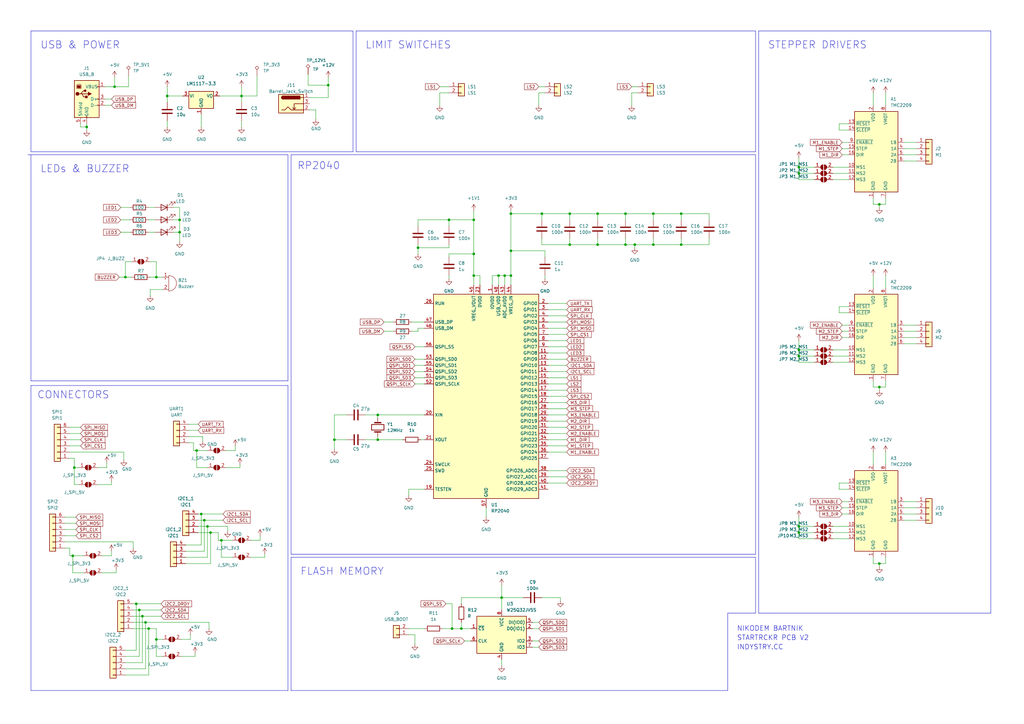
<source format=kicad_sch>
(kicad_sch (version 20230121) (generator eeschema)
  (paper "A3")
  (junction (at 327.66 143.51))
  (junction (at 233.68 100.33))
  (junction (at 86.36 218.44))
  (junction (at 209.55 102.87))
  (junction (at 189.23 257.81))
  (junction (at 59.69 255.27))
  (junction (at 207.01 113.03))
  (junction (at 85.09 215.9))
  (junction (at 222.25 87.63))
  (junction (at 184.15 90.17))
  (junction (at 279.4 100.33))
  (junction (at 185.42 257.81))
  (junction (at 68.58 39.37))
  (junction (at 58.42 252.73))
  (junction (at 134.62 34.925))
  (junction (at 80.645 184.785))
  (junction (at 30.48 191.77))
  (junction (at 327.66 218.44))
  (junction (at 35.56 52.07))
  (junction (at 204.47 113.03))
  (junction (at 73.66 90.17))
  (junction (at 267.97 100.33))
  (junction (at 60.96 257.81))
  (junction (at 99.06 39.37))
  (junction (at 73.66 95.25))
  (junction (at 51.435 113.665))
  (junction (at 57.15 250.19))
  (junction (at 55.88 247.65))
  (junction (at 64.135 262.255))
  (junction (at 154.94 180.34))
  (junction (at 64.135 113.665))
  (junction (at 245.11 100.33))
  (junction (at 256.54 87.63))
  (junction (at 327.66 215.9))
  (junction (at 256.54 100.33))
  (junction (at 233.68 87.63))
  (junction (at 279.4 87.63))
  (junction (at 267.97 87.63))
  (junction (at 245.11 87.63))
  (junction (at 327.66 68.58))
  (junction (at 360.68 231.14))
  (junction (at 360.68 83.82))
  (junction (at 194.31 104.14))
  (junction (at 327.66 146.05))
  (junction (at 171.45 101.6))
  (junction (at 205.74 245.11))
  (junction (at 137.16 180.34))
  (junction (at 360.68 158.75))
  (junction (at 154.94 170.18))
  (junction (at 29.845 227.965))
  (junction (at 83.82 213.36))
  (junction (at 327.66 71.12))
  (junction (at 209.55 113.03))
  (junction (at 194.31 90.17))
  (junction (at 82.55 210.82))
  (junction (at 260.35 100.33))
  (junction (at 209.55 87.63))
  (junction (at 46.99 35.56))
  (junction (at 194.31 113.03))
  (junction (at 90.805 221.615))
  (wire (pts (xy 256.54 87.63) (xy 256.54 90.17)))
  (wire (pts (xy 360.68 83.82) (xy 363.22 83.82)))
  (wire (pts (xy 279.4 97.79) (xy 279.4 100.33)))
  (wire (pts (xy 267.97 87.63) (xy 267.97 90.17)))
  (wire (pts (xy 81.28 210.82) (xy 82.55 210.82)))
  (wire (pts (xy 173.99 200.66) (xy 167.64 200.66)))
  (wire (pts (xy 168.91 132.08) (xy 173.99 132.08)))
  (wire (pts (xy 224.79 137.16) (xy 232.41 137.16)))
  (wire (pts (xy 102.87 221.615) (xy 106.68 221.615)))
  (wire (pts (xy 207.01 113.03) (xy 207.01 116.84)))
  (wire (pts (xy 35.56 50.8) (xy 35.56 52.07)))
  (wire (pts (xy 76.2 231.14) (xy 86.36 231.14)))
  (wire (pts (xy 220.98 35.56) (xy 223.52 35.56)))
  (wire (pts (xy 345.44 208.28) (xy 347.98 208.28)))
  (polyline (pts (xy 298.45 283.21) (xy 298.45 251.46)))
  (wire (pts (xy 196.85 116.84) (xy 196.85 113.03)))
  (wire (pts (xy 327.66 73.66) (xy 327.66 71.12)))
  (wire (pts (xy 167.64 260.35) (xy 170.18 260.35)))
  (wire (pts (xy 83.185 179.07) (xy 83.185 180.975)))
  (wire (pts (xy 81.28 215.9) (xy 85.09 215.9)))
  (wire (pts (xy 48.895 113.665) (xy 51.435 113.665)))
  (wire (pts (xy 77.47 176.53) (xy 81.28 176.53)))
  (wire (pts (xy 157.48 132.08) (xy 161.29 132.08)))
  (wire (pts (xy 40.005 191.77) (xy 43.815 191.77)))
  (wire (pts (xy 222.25 87.63) (xy 233.68 87.63)))
  (polyline (pts (xy 309.88 228.6) (xy 119.38 228.6)))
  (wire (pts (xy 209.55 86.36) (xy 209.55 87.63)))
  (wire (pts (xy 184.15 90.17) (xy 194.31 90.17)))
  (wire (pts (xy 245.11 87.63) (xy 245.11 90.17)))
  (wire (pts (xy 58.42 271.78) (xy 58.42 252.73)))
  (wire (pts (xy 196.85 113.03) (xy 194.31 113.03)))
  (polyline (pts (xy 314.96 251.46) (xy 406.4 251.46)))
  (wire (pts (xy 224.79 139.7) (xy 232.41 139.7)))
  (wire (pts (xy 224.79 124.46) (xy 232.41 124.46)))
  (wire (pts (xy 224.79 193.04) (xy 232.41 193.04)))
  (wire (pts (xy 68.58 35.56) (xy 68.58 39.37)))
  (wire (pts (xy 327.66 71.12) (xy 327.66 68.58)))
  (wire (pts (xy 45.72 227.965) (xy 45.72 226.06)))
  (wire (pts (xy 189.23 245.11) (xy 205.74 245.11)))
  (wire (pts (xy 358.14 185.42) (xy 358.14 190.5)))
  (wire (pts (xy 90.805 221.615) (xy 90.805 228.6)))
  (polyline (pts (xy 12.7 12.7) (xy 12.7 62.23)))
  (wire (pts (xy 28.575 177.8) (xy 33.02 177.8)))
  (polyline (pts (xy 119.38 227.33) (xy 309.88 227.33)))
  (wire (pts (xy 224.79 170.18) (xy 232.41 170.18)))
  (wire (pts (xy 26.67 222.25) (xy 54.61 222.25)))
  (wire (pts (xy 26.67 212.09) (xy 31.115 212.09)))
  (wire (pts (xy 154.94 171.45) (xy 154.94 170.18)))
  (wire (pts (xy 194.31 86.36) (xy 194.31 90.17)))
  (wire (pts (xy 360.68 158.75) (xy 363.22 158.75)))
  (wire (pts (xy 360.68 231.14) (xy 363.22 231.14)))
  (wire (pts (xy 358.14 38.1) (xy 358.14 43.18)))
  (wire (pts (xy 182.88 247.65) (xy 185.42 247.65)))
  (wire (pts (xy 327.66 146.05) (xy 327.66 143.51)))
  (wire (pts (xy 345.44 133.35) (xy 347.98 133.35)))
  (wire (pts (xy 334.01 71.12) (xy 327.66 71.12)))
  (wire (pts (xy 33.02 50.8) (xy 33.02 52.07)))
  (wire (pts (xy 55.88 247.65) (xy 66.04 247.65)))
  (wire (pts (xy 344.17 200.66) (xy 344.17 198.12)))
  (wire (pts (xy 189.23 255.27) (xy 189.23 257.81)))
  (wire (pts (xy 209.55 102.87) (xy 223.52 102.87)))
  (wire (pts (xy 90.17 39.37) (xy 99.06 39.37)))
  (wire (pts (xy 370.84 133.35) (xy 375.92 133.35)))
  (wire (pts (xy 180.34 38.1) (xy 184.15 38.1)))
  (wire (pts (xy 154.94 170.18) (xy 173.99 170.18)))
  (wire (pts (xy 82.55 210.82) (xy 91.44 210.82)))
  (wire (pts (xy 29.845 227.965) (xy 34.29 227.965)))
  (wire (pts (xy 154.94 180.34) (xy 154.94 179.07)))
  (wire (pts (xy 99.06 39.37) (xy 99.06 41.91)))
  (wire (pts (xy 345.44 210.82) (xy 347.98 210.82)))
  (wire (pts (xy 184.15 113.03) (xy 184.15 114.3)))
  (wire (pts (xy 363.22 38.1) (xy 363.22 43.18)))
  (wire (pts (xy 106.68 221.615) (xy 106.68 219.71)))
  (wire (pts (xy 224.79 142.24) (xy 232.41 142.24)))
  (wire (pts (xy 245.11 100.33) (xy 256.54 100.33)))
  (wire (pts (xy 341.63 68.58) (xy 347.98 68.58)))
  (wire (pts (xy 256.54 100.33) (xy 260.35 100.33)))
  (wire (pts (xy 370.84 208.28) (xy 375.92 208.28)))
  (polyline (pts (xy 146.05 12.7) (xy 146.05 62.23)))
  (wire (pts (xy 32.385 198.755) (xy 30.48 198.755)))
  (wire (pts (xy 224.79 132.08) (xy 232.41 132.08)))
  (polyline (pts (xy 12.7 158.115) (xy 118.11 158.115)))
  (wire (pts (xy 245.11 87.63) (xy 256.54 87.63)))
  (wire (pts (xy 229.87 245.11) (xy 229.87 246.38)))
  (wire (pts (xy 73.66 85.09) (xy 73.66 90.17)))
  (wire (pts (xy 89.535 221.615) (xy 90.805 221.615)))
  (wire (pts (xy 370.84 140.97) (xy 375.92 140.97)))
  (wire (pts (xy 71.12 90.17) (xy 73.66 90.17)))
  (polyline (pts (xy 118.11 156.21) (xy 118.11 63.5)))
  (wire (pts (xy 184.15 105.41) (xy 184.15 104.14)))
  (polyline (pts (xy 119.38 63.5) (xy 309.88 63.5)))
  (wire (pts (xy 86.36 231.14) (xy 86.36 218.44)))
  (wire (pts (xy 233.68 97.79) (xy 233.68 100.33)))
  (polyline (pts (xy 119.38 228.6) (xy 119.38 283.21)))
  (wire (pts (xy 59.69 274.32) (xy 59.69 255.27)))
  (wire (pts (xy 341.63 218.44) (xy 347.98 218.44)))
  (wire (pts (xy 327.66 215.9) (xy 327.66 212.09)))
  (wire (pts (xy 279.4 100.33) (xy 267.97 100.33)))
  (wire (pts (xy 57.15 269.24) (xy 57.15 250.19)))
  (wire (pts (xy 224.79 147.32) (xy 232.41 147.32)))
  (wire (pts (xy 171.45 135.89) (xy 171.45 134.62)))
  (wire (pts (xy 345.44 135.89) (xy 347.98 135.89)))
  (wire (pts (xy 76.2 223.52) (xy 82.55 223.52)))
  (wire (pts (xy 33.02 52.07) (xy 35.56 52.07)))
  (wire (pts (xy 224.79 175.26) (xy 232.41 175.26)))
  (wire (pts (xy 170.18 154.94) (xy 173.99 154.94)))
  (wire (pts (xy 224.79 154.94) (xy 232.41 154.94)))
  (wire (pts (xy 170.18 152.4) (xy 173.99 152.4)))
  (wire (pts (xy 224.79 162.56) (xy 232.41 162.56)))
  (polyline (pts (xy 311.15 251.46) (xy 314.96 251.46)))
  (wire (pts (xy 358.14 158.75) (xy 360.68 158.75)))
  (wire (pts (xy 60.96 276.86) (xy 60.96 257.81)))
  (wire (pts (xy 79.375 184.785) (xy 80.645 184.785)))
  (wire (pts (xy 76.2 228.6) (xy 85.09 228.6)))
  (wire (pts (xy 370.84 205.74) (xy 375.92 205.74)))
  (wire (pts (xy 137.16 170.18) (xy 137.16 180.34)))
  (wire (pts (xy 61.595 113.665) (xy 64.135 113.665)))
  (wire (pts (xy 360.68 83.82) (xy 360.68 85.09)))
  (wire (pts (xy 222.25 97.79) (xy 222.25 100.33)))
  (wire (pts (xy 279.4 87.63) (xy 290.83 87.63)))
  (polyline (pts (xy 11.43 63.5) (xy 118.11 63.5)))
  (wire (pts (xy 199.39 208.28) (xy 199.39 212.09)))
  (wire (pts (xy 358.14 156.21) (xy 358.14 158.75)))
  (wire (pts (xy 126.365 34.925) (xy 134.62 34.925)))
  (wire (pts (xy 181.61 257.81) (xy 185.42 257.81)))
  (wire (pts (xy 358.14 113.03) (xy 358.14 118.11)))
  (wire (pts (xy 76.2 226.06) (xy 83.82 226.06)))
  (polyline (pts (xy 309.88 62.23) (xy 309.88 12.7)))
  (wire (pts (xy 334.01 218.44) (xy 327.66 218.44)))
  (wire (pts (xy 89.535 218.44) (xy 89.535 221.615)))
  (wire (pts (xy 57.15 250.19) (xy 66.04 250.19)))
  (wire (pts (xy 51.435 276.86) (xy 60.96 276.86)))
  (wire (pts (xy 41.91 234.95) (xy 47.625 234.95)))
  (wire (pts (xy 224.79 129.54) (xy 232.41 129.54)))
  (wire (pts (xy 347.98 53.34) (xy 344.17 53.34)))
  (wire (pts (xy 341.63 146.05) (xy 347.98 146.05)))
  (wire (pts (xy 85.09 228.6) (xy 85.09 215.9)))
  (wire (pts (xy 30.48 191.77) (xy 30.48 187.96)))
  (wire (pts (xy 194.31 104.14) (xy 194.31 113.03)))
  (wire (pts (xy 279.4 87.63) (xy 279.4 90.17)))
  (wire (pts (xy 102.87 228.6) (xy 108.585 228.6)))
  (wire (pts (xy 334.01 146.05) (xy 327.66 146.05)))
  (wire (pts (xy 28.575 175.26) (xy 33.02 175.26)))
  (wire (pts (xy 347.98 200.66) (xy 344.17 200.66)))
  (wire (pts (xy 74.295 269.24) (xy 80.01 269.24)))
  (wire (pts (xy 30.48 198.755) (xy 30.48 191.77)))
  (wire (pts (xy 267.97 97.79) (xy 267.97 100.33)))
  (wire (pts (xy 68.58 41.91) (xy 68.58 39.37)))
  (wire (pts (xy 80.645 184.785) (xy 80.645 191.77)))
  (wire (pts (xy 334.01 143.51) (xy 327.66 143.51)))
  (wire (pts (xy 189.23 257.81) (xy 193.04 257.81)))
  (wire (pts (xy 207.01 113.03) (xy 209.55 113.03)))
  (wire (pts (xy 60.96 85.09) (xy 63.5 85.09)))
  (wire (pts (xy 51.435 266.7) (xy 55.88 266.7)))
  (wire (pts (xy 327.66 218.44) (xy 327.66 215.9)))
  (wire (pts (xy 79.375 181.61) (xy 79.375 184.785)))
  (wire (pts (xy 290.83 90.17) (xy 290.83 87.63)))
  (polyline (pts (xy 119.38 63.5) (xy 119.38 227.33)))
  (wire (pts (xy 170.18 260.35) (xy 170.18 264.16)))
  (wire (pts (xy 167.64 257.81) (xy 173.99 257.81)))
  (wire (pts (xy 96.52 184.785) (xy 96.52 182.88)))
  (wire (pts (xy 341.63 220.98) (xy 347.98 220.98)))
  (wire (pts (xy 51.435 113.665) (xy 53.975 113.665)))
  (wire (pts (xy 49.53 95.25) (xy 53.34 95.25)))
  (wire (pts (xy 64.135 269.24) (xy 66.675 269.24)))
  (polyline (pts (xy 118.11 283.21) (xy 118.11 158.115)))
  (wire (pts (xy 194.31 90.17) (xy 194.31 104.14)))
  (wire (pts (xy 61.595 118.745) (xy 61.595 121.285)))
  (wire (pts (xy 245.11 97.79) (xy 245.11 100.33)))
  (wire (pts (xy 345.44 138.43) (xy 347.98 138.43)))
  (wire (pts (xy 60.96 95.25) (xy 63.5 95.25)))
  (polyline (pts (xy 146.05 62.23) (xy 309.88 62.23)))
  (wire (pts (xy 108.585 228.6) (xy 108.585 227.33)))
  (wire (pts (xy 224.79 134.62) (xy 232.41 134.62)))
  (wire (pts (xy 126.365 30.48) (xy 126.365 34.925)))
  (wire (pts (xy 233.68 100.33) (xy 245.11 100.33)))
  (wire (pts (xy 92.71 184.785) (xy 96.52 184.785)))
  (wire (pts (xy 137.16 180.34) (xy 137.16 184.15)))
  (wire (pts (xy 157.48 135.89) (xy 161.29 135.89)))
  (wire (pts (xy 66.675 118.745) (xy 61.595 118.745)))
  (wire (pts (xy 105.41 39.37) (xy 99.06 39.37)))
  (wire (pts (xy 171.45 90.17) (xy 171.45 92.71)))
  (wire (pts (xy 81.28 218.44) (xy 86.36 218.44)))
  (wire (pts (xy 51.435 274.32) (xy 59.69 274.32)))
  (wire (pts (xy 86.36 218.44) (xy 89.535 218.44)))
  (wire (pts (xy 344.17 125.73) (xy 347.98 125.73)))
  (wire (pts (xy 50.8 185.42) (xy 50.8 188.595)))
  (wire (pts (xy 194.31 113.03) (xy 194.31 116.84)))
  (wire (pts (xy 134.62 31.75) (xy 134.62 34.925)))
  (wire (pts (xy 170.18 149.86) (xy 173.99 149.86)))
  (wire (pts (xy 168.91 135.89) (xy 171.45 135.89)))
  (wire (pts (xy 171.45 101.6) (xy 171.45 100.33)))
  (wire (pts (xy 205.74 240.03) (xy 205.74 245.11)))
  (wire (pts (xy 205.74 270.51) (xy 205.74 273.05)))
  (wire (pts (xy 142.24 180.34) (xy 137.16 180.34)))
  (wire (pts (xy 363.22 81.28) (xy 363.22 83.82)))
  (wire (pts (xy 209.55 87.63) (xy 209.55 102.87)))
  (wire (pts (xy 201.93 113.03) (xy 204.47 113.03)))
  (wire (pts (xy 184.15 104.14) (xy 194.31 104.14)))
  (wire (pts (xy 256.54 97.79) (xy 256.54 100.33)))
  (wire (pts (xy 370.84 58.42) (xy 375.92 58.42)))
  (wire (pts (xy 370.84 66.04) (xy 375.92 66.04)))
  (wire (pts (xy 260.35 100.33) (xy 260.35 101.6)))
  (wire (pts (xy 58.42 252.73) (xy 66.04 252.73)))
  (wire (pts (xy 334.01 220.98) (xy 327.66 220.98)))
  (polyline (pts (xy 12.7 156.21) (xy 118.11 156.21)))
  (wire (pts (xy 347.98 128.27) (xy 344.17 128.27)))
  (polyline (pts (xy 298.45 251.46) (xy 309.88 251.46)))
  (wire (pts (xy 363.22 185.42) (xy 363.22 190.5)))
  (wire (pts (xy 172.72 180.34) (xy 173.99 180.34)))
  (wire (pts (xy 29.845 234.95) (xy 34.29 234.95)))
  (polyline (pts (xy 146.05 12.7) (xy 309.88 12.7)))
  (wire (pts (xy 185.42 257.81) (xy 189.23 257.81)))
  (wire (pts (xy 71.12 85.09) (xy 73.66 85.09)))
  (wire (pts (xy 189.23 247.65) (xy 189.23 245.11)))
  (wire (pts (xy 204.47 113.03) (xy 207.01 113.03)))
  (wire (pts (xy 64.135 269.24) (xy 64.135 262.255)))
  (wire (pts (xy 90.805 228.6) (xy 95.25 228.6)))
  (wire (pts (xy 218.44 255.27) (xy 220.98 255.27)))
  (wire (pts (xy 363.22 228.6) (xy 363.22 231.14)))
  (wire (pts (xy 171.45 101.6) (xy 171.45 104.14)))
  (wire (pts (xy 224.79 165.1) (xy 232.41 165.1)))
  (polyline (pts (xy 12.7 158.115) (xy 12.7 283.21)))
  (wire (pts (xy 59.69 255.27) (xy 85.725 255.27)))
  (wire (pts (xy 223.52 113.03) (xy 223.52 114.3)))
  (wire (pts (xy 334.01 148.59) (xy 327.66 148.59)))
  (wire (pts (xy 77.47 173.99) (xy 81.28 173.99)))
  (wire (pts (xy 190.5 262.89) (xy 193.04 262.89)))
  (wire (pts (xy 363.22 156.21) (xy 363.22 158.75)))
  (wire (pts (xy 260.35 100.33) (xy 267.97 100.33)))
  (wire (pts (xy 80.645 184.785) (xy 85.09 184.785)))
  (wire (pts (xy 54.61 252.73) (xy 58.42 252.73)))
  (wire (pts (xy 224.79 160.02) (xy 232.41 160.02)))
  (wire (pts (xy 204.47 113.03) (xy 204.47 116.84)))
  (wire (pts (xy 224.79 157.48) (xy 232.41 157.48)))
  (wire (pts (xy 205.74 245.11) (xy 214.63 245.11)))
  (wire (pts (xy 233.68 87.63) (xy 233.68 90.17)))
  (wire (pts (xy 370.84 210.82) (xy 375.92 210.82)))
  (wire (pts (xy 47.625 234.95) (xy 47.625 233.68)))
  (wire (pts (xy 28.575 180.34) (xy 33.02 180.34)))
  (wire (pts (xy 259.08 38.1) (xy 261.62 38.1)))
  (wire (pts (xy 341.63 148.59) (xy 347.98 148.59)))
  (wire (pts (xy 85.725 257.81) (xy 85.725 255.27)))
  (wire (pts (xy 360.68 158.75) (xy 360.68 160.02)))
  (wire (pts (xy 223.52 105.41) (xy 223.52 102.87)))
  (wire (pts (xy 224.79 144.78) (xy 232.41 144.78)))
  (wire (pts (xy 64.135 262.255) (xy 66.675 262.255)))
  (wire (pts (xy 26.67 219.71) (xy 31.115 219.71)))
  (wire (pts (xy 327.66 68.58) (xy 327.66 64.77)))
  (wire (pts (xy 127 45.085) (xy 129.54 45.085)))
  (wire (pts (xy 345.44 60.96) (xy 347.98 60.96)))
  (wire (pts (xy 259.08 43.18) (xy 259.08 38.1)))
  (wire (pts (xy 259.08 35.56) (xy 261.62 35.56)))
  (wire (pts (xy 149.86 180.34) (xy 154.94 180.34)))
  (wire (pts (xy 201.93 116.84) (xy 201.93 113.03)))
  (wire (pts (xy 60.96 257.81) (xy 64.135 257.81)))
  (wire (pts (xy 32.385 191.77) (xy 30.48 191.77)))
  (wire (pts (xy 170.18 157.48) (xy 173.99 157.48)))
  (wire (pts (xy 209.55 102.87) (xy 209.55 113.03)))
  (wire (pts (xy 51.435 269.24) (xy 57.15 269.24)))
  (wire (pts (xy 180.34 43.18) (xy 180.34 38.1)))
  (wire (pts (xy 224.79 185.42) (xy 232.41 185.42)))
  (wire (pts (xy 167.64 200.66) (xy 167.64 203.2)))
  (wire (pts (xy 184.15 90.17) (xy 184.15 92.71)))
  (wire (pts (xy 99.06 49.53) (xy 99.06 52.07)))
  (wire (pts (xy 93.345 215.9) (xy 93.345 217.805)))
  (wire (pts (xy 358.14 228.6) (xy 358.14 231.14)))
  (wire (pts (xy 52.705 35.56) (xy 46.99 35.56)))
  (wire (pts (xy 28.575 224.79) (xy 28.575 227.965)))
  (wire (pts (xy 222.25 100.33) (xy 233.68 100.33)))
  (wire (pts (xy 370.84 213.36) (xy 375.92 213.36)))
  (wire (pts (xy 127 40.005) (xy 134.62 40.005)))
  (wire (pts (xy 209.55 87.63) (xy 222.25 87.63)))
  (wire (pts (xy 29.845 227.965) (xy 29.845 234.95)))
  (wire (pts (xy 49.53 85.09) (xy 53.34 85.09)))
  (wire (pts (xy 99.06 35.56) (xy 99.06 39.37)))
  (wire (pts (xy 92.71 191.77) (xy 98.425 191.77)))
  (wire (pts (xy 344.17 128.27) (xy 344.17 125.73)))
  (wire (pts (xy 209.55 113.03) (xy 209.55 116.84)))
  (wire (pts (xy 224.79 172.72) (xy 232.41 172.72)))
  (wire (pts (xy 81.28 213.36) (xy 83.82 213.36)))
  (wire (pts (xy 256.54 87.63) (xy 267.97 87.63)))
  (wire (pts (xy 68.58 49.53) (xy 68.58 52.07)))
  (wire (pts (xy 344.17 53.34) (xy 344.17 50.8)))
  (wire (pts (xy 224.79 149.86) (xy 232.41 149.86)))
  (polyline (pts (xy 406.4 251.46) (xy 406.4 12.7)))
  (wire (pts (xy 220.98 38.1) (xy 223.52 38.1)))
  (wire (pts (xy 41.91 227.965) (xy 45.72 227.965)))
  (wire (pts (xy 46.99 35.56) (xy 46.99 31.75)))
  (wire (pts (xy 73.66 95.25) (xy 73.66 99.06)))
  (wire (pts (xy 358.14 231.14) (xy 360.68 231.14)))
  (wire (pts (xy 64.135 257.81) (xy 64.135 262.255)))
  (wire (pts (xy 45.72 198.755) (xy 45.72 197.485)))
  (wire (pts (xy 334.01 215.9) (xy 327.66 215.9)))
  (wire (pts (xy 267.97 87.63) (xy 279.4 87.63)))
  (polyline (pts (xy 119.38 283.21) (xy 298.45 283.21)))
  (wire (pts (xy 224.79 177.8) (xy 232.41 177.8)))
  (polyline (pts (xy 309.88 227.33) (xy 309.88 63.5)))
  (wire (pts (xy 224.79 195.58) (xy 232.41 195.58)))
  (wire (pts (xy 64.135 113.665) (xy 66.675 113.665)))
  (wire (pts (xy 205.74 245.11) (xy 205.74 250.19)))
  (polyline (pts (xy 12.7 62.23) (xy 144.78 62.23)))
  (wire (pts (xy 224.79 167.64) (xy 232.41 167.64)))
  (wire (pts (xy 327.66 148.59) (xy 327.66 146.05)))
  (wire (pts (xy 370.84 135.89) (xy 375.92 135.89)))
  (wire (pts (xy 185.42 247.65) (xy 185.42 257.81)))
  (wire (pts (xy 360.68 231.14) (xy 360.68 232.41)))
  (wire (pts (xy 51.435 107.315) (xy 53.975 107.315)))
  (wire (pts (xy 224.79 180.34) (xy 232.41 180.34)))
  (wire (pts (xy 345.44 58.42) (xy 347.98 58.42)))
  (wire (pts (xy 54.61 257.81) (xy 60.96 257.81)))
  (wire (pts (xy 345.44 205.74) (xy 347.98 205.74)))
  (wire (pts (xy 60.96 90.17) (xy 63.5 90.17)))
  (wire (pts (xy 61.595 107.315) (xy 64.135 107.315)))
  (wire (pts (xy 54.61 247.65) (xy 55.88 247.65)))
  (wire (pts (xy 345.44 63.5) (xy 347.98 63.5)))
  (wire (pts (xy 165.1 180.34) (xy 154.94 180.34)))
  (wire (pts (xy 43.18 40.64) (xy 45.72 40.64)))
  (wire (pts (xy 370.84 60.96) (xy 375.92 60.96)))
  (wire (pts (xy 68.58 39.37) (xy 74.93 39.37)))
  (wire (pts (xy 54.61 255.27) (xy 59.69 255.27)))
  (wire (pts (xy 83.82 226.06) (xy 83.82 213.36)))
  (polyline (pts (xy 12.7 283.21) (xy 118.11 283.21)))
  (wire (pts (xy 54.61 222.25) (xy 54.61 224.79)))
  (wire (pts (xy 90.805 221.615) (xy 95.25 221.615)))
  (wire (pts (xy 49.53 90.17) (xy 53.34 90.17)))
  (polyline (pts (xy 144.78 62.23) (xy 144.78 12.7)))
  (wire (pts (xy 184.15 100.33) (xy 184.15 101.6)))
  (wire (pts (xy 83.82 213.36) (xy 91.44 213.36)))
  (wire (pts (xy 170.18 147.32) (xy 173.99 147.32)))
  (wire (pts (xy 370.84 63.5) (xy 375.92 63.5)))
  (wire (pts (xy 220.98 43.18) (xy 220.98 38.1)))
  (wire (pts (xy 222.25 87.63) (xy 222.25 90.17)))
  (wire (pts (xy 54.61 250.19) (xy 57.15 250.19)))
  (wire (pts (xy 218.44 265.43) (xy 220.98 265.43)))
  (wire (pts (xy 51.435 271.78) (xy 58.42 271.78)))
  (wire (pts (xy 77.47 181.61) (xy 79.375 181.61)))
  (wire (pts (xy 184.15 101.6) (xy 171.45 101.6)))
  (wire (pts (xy 218.44 262.89) (xy 220.98 262.89)))
  (wire (pts (xy 77.47 179.07) (xy 83.185 179.07)))
  (wire (pts (xy 170.18 142.24) (xy 173.99 142.24)))
  (wire (pts (xy 341.63 143.51) (xy 347.98 143.51)))
  (wire (pts (xy 224.79 152.4) (xy 232.41 152.4)))
  (wire (pts (xy 43.18 43.18) (xy 45.72 43.18)))
  (wire (pts (xy 171.45 134.62) (xy 173.99 134.62)))
  (wire (pts (xy 74.295 262.255) (xy 78.105 262.255)))
  (wire (pts (xy 134.62 34.925) (xy 134.62 40.005)))
  (wire (pts (xy 82.55 46.99) (xy 82.55 52.07)))
  (wire (pts (xy 341.63 215.9) (xy 347.98 215.9)))
  (wire (pts (xy 43.18 35.56) (xy 46.99 35.56)))
  (wire (pts (xy 344.17 198.12) (xy 347.98 198.12)))
  (wire (pts (xy 370.84 138.43) (xy 375.92 138.43)))
  (wire (pts (xy 26.67 217.17) (xy 31.115 217.17)))
  (wire (pts (xy 171.45 90.17) (xy 184.15 90.17)))
  (wire (pts (xy 43.815 191.77) (xy 43.815 189.865)))
  (wire (pts (xy 98.425 191.77) (xy 98.425 190.5)))
  (wire (pts (xy 28.575 185.42) (xy 50.8 185.42)))
  (wire (pts (xy 279.4 100.33) (xy 290.83 100.33)))
  (wire (pts (xy 222.25 245.11) (xy 229.87 245.11)))
  (wire (pts (xy 28.575 182.88) (xy 33.02 182.88)))
  (wire (pts (xy 85.09 215.9) (xy 93.345 215.9)))
  (polyline (pts (xy 12.7 12.7) (xy 144.78 12.7)))
  (wire (pts (xy 55.88 266.7) (xy 55.88 247.65)))
  (wire (pts (xy 105.41 31.115) (xy 105.41 39.37)))
  (wire (pts (xy 71.12 95.25) (xy 73.66 95.25)))
  (polyline (pts (xy 309.88 251.46) (xy 309.88 228.6)))
  (wire (pts (xy 26.67 224.79) (xy 28.575 224.79)))
  (wire (pts (xy 224.79 182.88) (xy 232.41 182.88)))
  (wire (pts (xy 73.66 90.17) (xy 73.66 95.25)))
  (wire (pts (xy 327.66 143.51) (xy 327.66 139.7)))
  (wire (pts (xy 180.34 35.56) (xy 184.15 35.56)))
  (wire (pts (xy 51.435 107.315) (xy 51.435 113.665)))
  (polyline (pts (xy 12.7 63.5) (xy 12.7 156.21)))
  (wire (pts (xy 80.645 191.77) (xy 85.09 191.77)))
  (wire (pts (xy 358.14 81.28) (xy 358.14 83.82)))
  (wire (pts (xy 142.24 170.18) (xy 137.16 170.18)))
  (wire (pts (xy 35.56 52.07) (xy 35.56 53.34)))
  (wire (pts (xy 334.01 73.66) (xy 327.66 73.66)))
  (wire (pts (xy 341.63 73.66) (xy 347.98 73.66)))
  (polyline (pts (xy 311.15 12.7) (xy 311.15 251.46)))
  (wire (pts (xy 363.22 113.03) (xy 363.22 118.11)))
  (wire (pts (xy 82.55 223.52) (xy 82.55 210.82)))
  (wire (pts (xy 341.63 71.12) (xy 347.98 71.12)))
  (wire (pts (xy 26.67 214.63) (xy 31.115 214.63)))
  (polyline (pts (xy 406.4 12.7) (xy 311.15 12.7)))
  (wire (pts (xy 218.44 257.81) (xy 220.98 257.81)))
  (wire (pts (xy 40.005 198.755) (xy 45.72 198.755)))
  (wire (pts (xy 224.79 127) (xy 232.41 127)))
  (wire (pts (xy 78.105 262.255) (xy 78.105 260.35)))
  (wire (pts (xy 334.01 68.58) (xy 327.66 68.58)))
  (wire (pts (xy 344.17 50.8) (xy 347.98 50.8)))
  (wire (pts (xy 28.575 227.965) (xy 29.845 227.965)))
  (wire (pts (xy 224.79 198.12) (xy 232.41 198.12)))
  (wire (pts (xy 52.705 31.115) (xy 52.705 35.56)))
  (wire (pts (xy 30.48 187.96) (xy 28.575 187.96)))
  (wire (pts (xy 327.66 220.98) (xy 327.66 218.44)))
  (wire (pts (xy 149.86 170.18) (xy 154.94 170.18)))
  (wire (pts (xy 64.135 107.315) (xy 64.135 113.665)))
  (wire (pts (xy 80.01 269.24) (xy 80.01 267.97)))
  (wire (pts (xy 129.54 45.085) (xy 129.54 48.895)))
  (wire (pts (xy 233.68 87.63) (xy 245.11 87.63)))
  (wire (pts (xy 290.83 97.79) (xy 290.83 100.33)))
  (wire (pts (xy 358.14 83.82) (xy 360.68 83.82)))
  (text "STARTRCKR PCB V2" (at 302.26 262.89 0) (effects (font (size 2 2)) (justify left bottom)))
  (text "LIMIT SWITCHES" (at 149.86 20.32 0) (effects (font (size 3 3)) (justify left bottom)))
  (text "NIKODEM BARTNIK" (at 302.26 259.08 0) (effects (font (size 2 2)) (justify left bottom)))
  (text "INDYSTRY.CC" (at 302.26 266.7 0) (effects (font (size 2 2)) (justify left bottom)))
  (text "FLASH MEMORY\n" (at 123.19 236.22 0) (effects (font (size 3 3)) (justify left bottom)))
  (text "STEPPER DRIVERS" (at 314.96 20.32 0) (effects (font (size 3 3)) (justify left bottom)))
  (text "LEDs & BUZZER" (at 16.51 71.12 0) (effects (font (size 3 3)) (justify left bottom)))
  (text "USB & POWER" (at 16.51 20.32 0) (effects (font (size 3 3)) (justify left bottom)))
  (text "RP2040" (at 121.92 69.85 0) (effects (font (size 3 3)) (justify left bottom)))
  (text "CONNECTORS" (at 15.24 163.83 0) (effects (font (size 3 3)) (justify left bottom)))
  (global_label "I2C2_SCL" (shape input) (at 232.41 195.58 0) (property "Intersheetrefs" "${INTERSHEET_REFS}" (effects hide)))
  (global_label "M2_ENABLE" (shape input) (at 345.44 133.35 180) (property "Intersheetrefs" "${INTERSHEET_REFS}" (effects hide)))
  (global_label "QSPI_SD0" (shape input) (at 220.98 255.27 0) (property "Intersheetrefs" "${INTERSHEET_REFS}" (effects hide)))
  (global_label "QSPI_SCLK" (shape input) (at 170.18 157.48 180) (property "Intersheetrefs" "${INTERSHEET_REFS}" (effects hide)))
  (global_label "LED2" (shape input) (at 49.53 90.17 180) (property "Intersheetrefs" "${INTERSHEET_REFS}" (effects hide)))
  (global_label "I2C2_DRDY" (shape input) (at 66.04 247.65 0) (property "Intersheetrefs" "${INTERSHEET_REFS}" (effects hide)))
  (global_label "I2C2_SDA" (shape input) (at 66.04 250.19 0) (property "Intersheetrefs" "${INTERSHEET_REFS}" (effects hide)))
  (global_label "QSPI_SD2" (shape input) (at 170.18 152.4 180) (property "Intersheetrefs" "${INTERSHEET_REFS}" (effects hide)))
  (global_label "QSPI_SD0" (shape input) (at 170.18 147.32 180) (property "Intersheetrefs" "${INTERSHEET_REFS}" (effects hide)))
  (global_label "I2C1_SDA" (shape input) (at 91.44 210.82 0) (property "Intersheetrefs" "${INTERSHEET_REFS}" (effects hide)))
  (global_label "SPI_MOSI" (shape input) (at 232.41 132.08 0) (property "Intersheetrefs" "${INTERSHEET_REFS}" (effects hide)))
  (global_label "M1_DIR" (shape input) (at 345.44 63.5 180) (property "Intersheetrefs" "${INTERSHEET_REFS}" (effects hide)))
  (global_label "BUZZER" (shape input) (at 48.895 113.665 180) (property "Intersheetrefs" "${INTERSHEET_REFS}" (effects hide)))
  (global_label "SPI_MOSI" (shape input) (at 31.115 214.63 0) (property "Intersheetrefs" "${INTERSHEET_REFS}" (effects hide)))
  (global_label "UART_RX" (shape input) (at 81.28 176.53 0) (property "Intersheetrefs" "${INTERSHEET_REFS}" (effects hide)))
  (global_label "M1_STEP" (shape input) (at 232.41 182.88 0) (property "Intersheetrefs" "${INTERSHEET_REFS}" (effects hide)))
  (global_label "UART_RX" (shape input) (at 232.41 127 0) (property "Intersheetrefs" "${INTERSHEET_REFS}" (effects hide)))
  (global_label "I2C2_SDA" (shape input) (at 232.41 193.04 0) (property "Intersheetrefs" "${INTERSHEET_REFS}" (effects hide)))
  (global_label "I2C1_SCL" (shape input) (at 232.41 152.4 0) (property "Intersheetrefs" "${INTERSHEET_REFS}" (effects hide)))
  (global_label "LS3" (shape input) (at 259.08 35.56 180) (property "Intersheetrefs" "${INTERSHEET_REFS}" (effects hide)))
  (global_label "LED2" (shape input) (at 232.41 142.24 0) (property "Intersheetrefs" "${INTERSHEET_REFS}" (effects hide)))
  (global_label "I2C1_SDA" (shape input) (at 232.41 149.86 0) (property "Intersheetrefs" "${INTERSHEET_REFS}" (effects hide)))
  (global_label "I2C2_SCL" (shape input) (at 66.04 252.73 0) (property "Intersheetrefs" "${INTERSHEET_REFS}" (effects hide)))
  (global_label "M3_ENABLE" (shape input) (at 345.44 205.74 180) (property "Intersheetrefs" "${INTERSHEET_REFS}" (effects hide)))
  (global_label "UART_TX" (shape input) (at 81.28 173.99 0) (property "Intersheetrefs" "${INTERSHEET_REFS}" (effects hide)))
  (global_label "I2C2_DRDY" (shape input) (at 232.41 198.12 0) (property "Intersheetrefs" "${INTERSHEET_REFS}" (effects hide)))
  (global_label "USB_DP" (shape input) (at 45.72 40.64 0) (property "Intersheetrefs" "${INTERSHEET_REFS}" (effects hide)))
  (global_label "USB_DP" (shape input) (at 157.48 132.08 180) (property "Intersheetrefs" "${INTERSHEET_REFS}" (effects hide)))
  (global_label "M3_STEP" (shape input) (at 232.41 167.64 0) (property "Intersheetrefs" "${INTERSHEET_REFS}" (effects hide)))
  (global_label "QSPI_SCLK" (shape input) (at 190.5 262.89 180) (property "Intersheetrefs" "${INTERSHEET_REFS}" (effects hide)))
  (global_label "M3_ENABLE" (shape input) (at 232.41 170.18 0) (property "Intersheetrefs" "${INTERSHEET_REFS}" (effects hide)))
  (global_label "QSPI_SS" (shape input) (at 182.88 247.65 180) (property "Intersheetrefs" "${INTERSHEET_REFS}" (effects hide)))
  (global_label "M2_STEP" (shape input) (at 232.41 175.26 0) (property "Intersheetrefs" "${INTERSHEET_REFS}" (effects hide)))
  (global_label "SPI_CLK" (shape input) (at 33.02 180.34 0) (property "Intersheetrefs" "${INTERSHEET_REFS}" (effects hide)))
  (global_label "M1_ENABLE" (shape input) (at 345.44 58.42 180) (property "Intersheetrefs" "${INTERSHEET_REFS}" (effects hide)))
  (global_label "LED1" (shape input) (at 232.41 139.7 0) (property "Intersheetrefs" "${INTERSHEET_REFS}" (effects hide)))
  (global_label "M1_DIR" (shape input) (at 232.41 180.34 0) (property "Intersheetrefs" "${INTERSHEET_REFS}" (effects hide)))
  (global_label "BUZZER" (shape input) (at 232.41 147.32 0) (property "Intersheetrefs" "${INTERSHEET_REFS}" (effects hide)))
  (global_label "I2C1_SCL" (shape input) (at 91.44 213.36 0) (property "Intersheetrefs" "${INTERSHEET_REFS}" (effects hide)))
  (global_label "USB_DM" (shape input) (at 45.72 43.18 0) (property "Intersheetrefs" "${INTERSHEET_REFS}" (effects hide)))
  (global_label "QSPI_SD3" (shape input) (at 220.98 265.43 0) (property "Intersheetrefs" "${INTERSHEET_REFS}" (effects hide)))
  (global_label "LED3" (shape input) (at 232.41 144.78 0) (property "Intersheetrefs" "${INTERSHEET_REFS}" (effects hide)))
  (global_label "SPI_MISO" (shape input) (at 33.02 175.26 0) (property "Intersheetrefs" "${INTERSHEET_REFS}" (effects hide)))
  (global_label "UART_TX" (shape input) (at 232.41 124.46 0) (property "Intersheetrefs" "${INTERSHEET_REFS}" (effects hide)))
  (global_label "SPI_CS2" (shape input) (at 31.115 219.71 0) (property "Intersheetrefs" "${INTERSHEET_REFS}" (effects hide)))
  (global_label "M3_STEP" (shape input) (at 345.44 208.28 180) (property "Intersheetrefs" "${INTERSHEET_REFS}" (effects hide)))
  (global_label "SPI_MOSI" (shape input) (at 33.02 177.8 0) (property "Intersheetrefs" "${INTERSHEET_REFS}" (effects hide)))
  (global_label "QSPI_SD3" (shape input) (at 170.18 154.94 180) (property "Intersheetrefs" "${INTERSHEET_REFS}" (effects hide)))
  (global_label "SPI_MISO" (shape input) (at 31.115 212.09 0) (property "Intersheetrefs" "${INTERSHEET_REFS}" (effects hide)))
  (global_label "M2_ENABLE" (shape input) (at 232.41 177.8 0) (property "Intersheetrefs" "${INTERSHEET_REFS}" (effects hide)))
  (global_label "M2_STEP" (shape input) (at 345.44 135.89 180) (property "Intersheetrefs" "${INTERSHEET_REFS}" (effects hide)))
  (global_label "SPI_MISO" (shape input) (at 232.41 134.62 0) (property "Intersheetrefs" "${INTERSHEET_REFS}" (effects hide)))
  (global_label "LS1" (shape input) (at 232.41 154.94 0) (property "Intersheetrefs" "${INTERSHEET_REFS}" (effects hide)))
  (global_label "SPI_CLK" (shape input) (at 31.115 217.17 0) (property "Intersheetrefs" "${INTERSHEET_REFS}" (effects hide)))
  (global_label "USB_DM" (shape input) (at 157.48 135.89 180) (property "Intersheetrefs" "${INTERSHEET_REFS}" (effects hide)))
  (global_label "LS1" (shape input) (at 180.34 35.56 180) (property "Intersheetrefs" "${INTERSHEET_REFS}" (effects hide)))
  (global_label "SPI_CLK" (shape input) (at 232.41 129.54 0) (property "Intersheetrefs" "${INTERSHEET_REFS}" (effects hide)))
  (global_label "M2_DIR" (shape input) (at 232.41 172.72 0) (property "Intersheetrefs" "${INTERSHEET_REFS}" (effects hide)))
  (global_label "SPI_CS1" (shape input) (at 232.41 137.16 0) (property "Intersheetrefs" "${INTERSHEET_REFS}" (effects hide)))
  (global_label "LS3" (shape input) (at 232.41 160.02 0) (property "Intersheetrefs" "${INTERSHEET_REFS}" (effects hide)))
  (global_label "QSPI_SD1" (shape input) (at 170.18 149.86 180) (property "Intersheetrefs" "${INTERSHEET_REFS}" (effects hide)))
  (global_label "LS2" (shape input) (at 220.98 35.56 180) (property "Intersheetrefs" "${INTERSHEET_REFS}" (effects hide)))
  (global_label "LED3" (shape input) (at 49.53 95.25 180) (property "Intersheetrefs" "${INTERSHEET_REFS}" (effects hide)))
  (global_label "M2_DIR" (shape input) (at 345.44 138.43 180) (property "Intersheetrefs" "${INTERSHEET_REFS}" (effects hide)))
  (global_label "QSPI_SD1" (shape input) (at 220.98 257.81 0) (property "Intersheetrefs" "${INTERSHEET_REFS}" (effects hide)))
  (global_label "QSPI_SD2" (shape input) (at 220.98 262.89 0) (property "Intersheetrefs" "${INTERSHEET_REFS}" (effects hide)))
  (global_label "M3_DIR" (shape input) (at 232.41 165.1 0) (property "Intersheetrefs" "${INTERSHEET_REFS}" (effects hide)))
  (global_label "SPI_CS1" (shape input) (at 33.02 182.88 0) (property "Intersheetrefs" "${INTERSHEET_REFS}" (effects hide)))
  (global_label "M3_DIR" (shape input) (at 345.44 210.82 180) (property "Intersheetrefs" "${INTERSHEET_REFS}" (effects hide)))
  (global_label "SPI_CS2" (shape input) (at 232.41 162.56 0) (property "Intersheetrefs" "${INTERSHEET_REFS}" (effects hide)))
  (global_label "LED1" (shape input) (at 49.53 85.09 180) (property "Intersheetrefs" "${INTERSHEET_REFS}" (effects hide)))
  (global_label "QSPI_SS" (shape input) (at 170.18 142.24 180) (property "Intersheetrefs" "${INTERSHEET_REFS}" (effects hide)))
  (global_label "M1_STEP" (shape input) (at 345.44 60.96 180) (property "Intersheetrefs" "${INTERSHEET_REFS}" (effects hide)))
  (global_label "M1_ENABLE" (shape input) (at 232.41 185.42 0) (property "Intersheetrefs" "${INTERSHEET_REFS}" (effects hide)))
  (global_label "LS2" (shape input) (at 232.41 157.48 0) (property "Intersheetrefs" "${INTERSHEET_REFS}" (effects hide)))
  (symbol (lib_id "Connector_Generic:Conn_01x04") (at 381 208.28 0) (unit 1)
    (property "Reference" "J10" (at 383.54 208.2799 0) (effects (justify left)))
    (property "Value" "M3" (at 383.54 210.8199 0) (effects (justify left)))
    (property "Footprint" "Connector_JST:JST_XH_B4B-XH-A_1x04_P2.50mm_Vertical" (effects hide))
  )
  (symbol (lib_id "power:+3V3") (at 80.01 267.97 0) (unit 1)
    (property "Reference" "#PWR010" (effects hide))
    (property "Value" "+3V3" (at 80.645 264.16 0))
  )
  (symbol (lib_id "power:GND") (at 199.39 212.09 0) (unit 1)
    (property "Reference" "#PWR0141" (effects hide))
    (property "Value" "GND" (at 199.39 217.17 0))
  )
  (symbol (lib_id "Connector:TestPoint_Alt") (at 105.41 31.115 0) (unit 1)
    (property "Reference" "TP_3V3" (at 107.95 26.543 0) (effects (justify left)))
    (property "Value" "TP" (at 107.95 29.083 0) (effects (justify left)))
    (property "Footprint" "TestPoint:TestPoint_Pad_D1.5mm" (effects hide))
  )
  (symbol (lib_id "power:GND") (at 68.58 52.07 0) (unit 1)
    (property "Reference" "#PWR0129" (effects hide))
    (property "Value" "GND" (at 68.58 57.15 0))
  )
  (symbol (lib_id "Device:Buzzer") (at 69.215 116.205 0) (unit 1)
    (property "Reference" "BZ1" (at 73.025 114.9349 0) (effects (justify left)))
    (property "Value" "Buzzer" (at 73.025 117.4749 0) (effects (justify left)))
    (property "Footprint" "Buzzer_Beeper:Buzzer_12x9.5RM7.6" (effects hide))
  )
  (symbol (lib_id "power:GND") (at 260.35 101.6 0) (unit 1)
    (property "Reference" "#PWR0102" (effects hide))
    (property "Value" "GND" (at 260.35 106.68 0))
  )
  (symbol (lib_id "Device:C") (at 267.97 93.98 0) (unit 1)
    (property "Reference" "C15" (at 271.78 92.7099 0) (effects (justify left)))
    (property "Value" "100n" (at 271.78 95.2499 0) (effects (justify left)))
    (property "Footprint" "Capacitor_SMD:C_0603_1608Metric_Pad1.08x0.95mm_HandSolder" (effects hide))
  )
  (symbol (lib_id "power:+3V3") (at 47.625 233.68 0) (unit 1)
    (property "Reference" "#PWR07" (effects hide))
    (property "Value" "+3V3" (at 48.26 229.87 0))
  )
  (symbol (lib_id "Device:R") (at 165.1 132.08 90) (unit 1)
    (property "Reference" "R8" (at 165.1 132.08 90))
    (property "Value" "27" (at 165.1 129.54 90))
    (property "Footprint" "Resistor_SMD:R_0603_1608Metric_Pad0.98x0.95mm_HandSolder" (effects hide))
  )
  (symbol (lib_id "Jumper:SolderJumper_2_Open") (at 36.195 191.77 0) (unit 1)
    (property "Reference" "JP11" (effects hide))
    (property "Value" "J_SPI_3V3" (at 30.48 194.945 0))
    (property "Footprint" "Jumper:SolderJumper-2_P1.3mm_Open_Pad1.0x1.5mm" (effects hide))
  )
  (symbol (lib_id "Jumper:SolderJumper_2_Open") (at 337.82 73.66 0) (unit 1)
    (property "Reference" "JP3" (at 321.31 72.39 0))
    (property "Value" "M1_MS3" (at 327.66 72.39 0))
    (property "Footprint" "Jumper:SolderJumper-2_P1.3mm_Open_Pad1.0x1.5mm" (effects hide))
  )
  (symbol (lib_id "Jumper:SolderJumper_2_Open") (at 70.485 262.255 0) (unit 1)
    (property "Reference" "JP15" (effects hide))
    (property "Value" "J_SPI_3V3" (at 64.77 265.43 0))
    (property "Footprint" "Jumper:SolderJumper-2_P1.3mm_Open_Pad1.0x1.5mm" (effects hide))
  )
  (symbol (lib_id "power:+3V3") (at 108.585 227.33 0) (unit 1)
    (property "Reference" "#PWR016" (effects hide))
    (property "Value" "+3V3" (at 109.22 223.52 0))
  )
  (symbol (lib_id "Device:LED") (at 67.31 90.17 180) (unit 1)
    (property "Reference" "D2" (at 76.5175 87.63 0))
    (property "Value" "LED" (at 76.5175 90.17 0))
    (property "Footprint" "LED_SMD:LED_0805_2012Metric_Pad1.15x1.40mm_HandSolder" (effects hide))
  )
  (symbol (lib_id "power:GND") (at 180.34 43.18 0) (unit 1)
    (property "Reference" "#PWR0142" (effects hide))
    (property "Value" "GND" (at 180.34 48.26 0))
  )
  (symbol (lib_id "Connector_Generic:Conn_01x04") (at 71.12 228.6 180) (unit 1)
    (property "Reference" "I2C1_2" (at 71.12 217.17 0))
    (property "Value" "I2C1" (at 71.12 219.71 0))
    (property "Footprint" "Connector_JST:JST_XH_B4B-XH-A_1x04_P2.50mm_Vertical" (effects hide))
  )
  (symbol (lib_id "Driver_Motor:Pololu_Breakout_A4988") (at 358.14 60.96 0) (unit 1)
    (property "Reference" "A1" (at 365.2394 40.64 0) (effects (justify left)))
    (property "Value" "TMC2209" (at 365.2394 43.18 0) (effects (justify left)))
    (property "Footprint" "Module:Pololu_Breakout-16_15.2x20.3mm" (effects hide))
    (property "Datasheet" "https://www.pololu.com/product/2980/pictures" (effects hide))
  )
  (symbol (lib_id "Device:R") (at 57.15 85.09 270) (unit 1)
    (property "Reference" "R4" (at 57.15 82.55 90))
    (property "Value" "100" (at 57.15 85.09 90))
    (property "Footprint" "Resistor_SMD:R_0603_1608Metric_Pad0.98x0.95mm_HandSolder" (effects hide))
  )
  (symbol (lib_id "power:GND") (at 360.68 85.09 0) (unit 1)
    (property "Reference" "#PWR0103" (effects hide))
    (property "Value" "GND" (at 360.68 90.17 0))
  )
  (symbol (lib_id "power:GND") (at 129.54 48.895 0) (unit 1)
    (property "Reference" "#PWR01" (effects hide))
    (property "Value" "GND" (at 129.6221 52.7541 0))
  )
  (symbol (lib_id "Device:C") (at 68.58 45.72 0) (unit 1)
    (property "Reference" "C2" (at 72.39 44.4499 0) (effects (justify left)))
    (property "Value" "10u" (at 72.39 46.9899 0) (effects (justify left)))
    (property "Footprint" "Capacitor_SMD:C_0603_1608Metric_Pad1.08x0.95mm_HandSolder" (effects hide))
  )
  (symbol (lib_id "power:+12V") (at 363.22 185.42 0) (unit 1)
    (property "Reference" "#PWR0115" (effects hide))
    (property "Value" "+12V" (at 363.22 180.34 0))
  )
  (symbol (lib_id "power:+12V") (at 363.22 113.03 0) (unit 1)
    (property "Reference" "#PWR0118" (effects hide))
    (property "Value" "+12V" (at 363.22 107.95 0))
  )
  (symbol (lib_id "Jumper:SolderJumper_2_Open") (at 337.82 215.9 0) (unit 1)
    (property "Reference" "JP8" (at 321.31 214.63 0))
    (property "Value" "M3_MS1" (at 327.66 214.63 0))
    (property "Footprint" "Jumper:SolderJumper-2_P1.3mm_Open_Pad1.0x1.5mm" (effects hide))
  )
  (symbol (lib_id "Device:R") (at 189.23 251.46 180) (unit 1)
    (property "Reference" "R12" (at 191.77 250.1899 0) (effects (justify right)))
    (property "Value" "R" (at 191.77 252.7299 0) (effects (justify right)))
    (property "Footprint" "Resistor_SMD:R_0603_1608Metric_Pad0.98x0.95mm_HandSolder" (effects hide))
  )
  (symbol (lib_id "Jumper:SolderJumper_2_Open") (at 88.9 184.785 0) (unit 1)
    (property "Reference" "JP17" (effects hide))
    (property "Value" "J_SPI_3V3" (at 83.185 187.96 0))
    (property "Footprint" "Jumper:SolderJumper-2_P1.3mm_Open_Pad1.0x1.5mm" (effects hide))
  )
  (symbol (lib_id "bartnik:USB_B") (at 35.56 40.64 0) (unit 1)
    (property "Reference" "J1" (at 35.56 27.94 0))
    (property "Value" "USB_B" (at 35.56 30.48 0))
    (property "Footprint" "bartnik:U-USBBR04P-F000" (effects hide))
  )
  (symbol (lib_id "Connector_Generic:Conn_01x04") (at 76.2 215.9 180) (unit 1)
    (property "Reference" "I2C1_1" (at 76.2 204.47 0))
    (property "Value" "I2C1" (at 76.2 207.01 0))
    (property "Footprint" "Connector_JST:JST_XH_B4B-XH-A_1x04_P2.50mm_Vertical" (effects hide))
  )
  (symbol (lib_id "Device:LED") (at 67.31 85.09 180) (unit 1)
    (property "Reference" "D1" (at 73.9775 80.01 0))
    (property "Value" "LED" (at 73.9775 82.55 0))
    (property "Footprint" "LED_SMD:LED_0805_2012Metric_Pad1.15x1.40mm_HandSolder" (effects hide))
  )
  (symbol (lib_id "Connector_Generic:Conn_01x02") (at 228.6 35.56 0) (unit 1)
    (property "Reference" "LS2" (at 231.14 35.56 0) (effects (justify left)))
    (property "Value" "LS2" (at 231.14 38.1 0) (effects (justify left)))
    (property "Footprint" "Connector_JST:JST_XH_B2B-XH-A_1x02_P2.50mm_Vertical" (effects hide))
  )
  (symbol (lib_id "power:+3V3") (at 209.55 86.36 0) (unit 1)
    (property "Reference" "#PWR0109" (effects hide))
    (property "Value" "+3V3" (at 209.55 81.28 0))
  )
  (symbol (lib_id "Device:C") (at 146.05 170.18 90) (unit 1)
    (property "Reference" "C4" (at 146.05 166.37 90))
    (property "Value" "27p" (at 149.86 167.64 90))
    (property "Footprint" "Capacitor_SMD:C_0603_1608Metric_Pad1.08x0.95mm_HandSolder" (effects hide))
  )
  (symbol (lib_id "power:GND") (at 171.45 104.14 0) (unit 1)
    (property "Reference" "#PWR0107" (effects hide))
    (property "Value" "GND" (at 171.45 109.22 0))
  )
  (symbol (lib_id "power:GND") (at 167.64 203.2 0) (unit 1)
    (property "Reference" "#PWR0140" (effects hide))
    (property "Value" "GND" (at 167.64 208.28 0))
  )
  (symbol (lib_id "Jumper:SolderJumper_2_Open") (at 70.485 269.24 0) (unit 1)
    (property "Reference" "JP16" (effects hide))
    (property "Value" "J_SPI_5V" (at 64.77 272.415 0))
    (property "Footprint" "Jumper:SolderJumper-2_P1.3mm_Open_Pad1.0x1.5mm" (effects hide))
  )
  (symbol (lib_id "power:+5V") (at 68.58 35.56 0) (unit 1)
    (property "Reference" "#PWR0132" (effects hide))
    (property "Value" "+5V" (at 68.58 30.48 0))
  )
  (symbol (lib_id "Connector_Generic:Conn_01x05") (at 46.355 271.78 180) (unit 1)
    (property "Reference" "I2C2_2" (at 46.355 260.35 0))
    (property "Value" "I2C2" (at 46.355 262.89 0))
    (property "Footprint" "Connector_JST:JST_XH_B5B-XH-A_1x05_P2.50mm_Vertical" (effects hide))
  )
  (symbol (lib_id "Device:C") (at 146.05 180.34 90) (unit 1)
    (property "Reference" "C5" (at 146.05 184.15 90))
    (property "Value" "27p" (at 149.86 182.88 90))
    (property "Footprint" "Capacitor_SMD:C_0603_1608Metric_Pad1.08x0.95mm_HandSolder" (effects hide))
  )
  (symbol (lib_id "Device:R") (at 177.8 257.81 90) (unit 1)
    (property "Reference" "R11" (at 177.8 251.46 90))
    (property "Value" "1k" (at 177.8 254 90))
    (property "Footprint" "Resistor_SMD:R_0603_1608Metric_Pad0.98x0.95mm_HandSolder" (effects hide))
  )
  (symbol (lib_id "power:+5V") (at 46.99 31.75 0) (unit 1)
    (property "Reference" "#PWR0133" (effects hide))
    (property "Value" "+5V" (at 46.99 26.67 0))
  )
  (symbol (lib_id "Jumper:SolderJumper_2_Open") (at 337.82 143.51 0) (unit 1)
    (property "Reference" "JP5" (at 321.31 142.24 0))
    (property "Value" "M2_MS1" (at 327.66 142.24 0))
    (property "Footprint" "Jumper:SolderJumper-2_P1.3mm_Open_Pad1.0x1.5mm" (effects hide))
  )
  (symbol (lib_id "Jumper:SolderJumper_2_Open") (at 337.82 71.12 0) (unit 1)
    (property "Reference" "JP2" (at 321.31 69.85 0))
    (property "Value" "M1_MS2" (at 327.66 69.85 0))
    (property "Footprint" "Jumper:SolderJumper-2_P1.3mm_Open_Pad1.0x1.5mm" (effects hide))
  )
  (symbol (lib_id "Connector:TestPoint_Alt") (at 52.705 31.115 0) (unit 1)
    (property "Reference" "TP_5V1" (at 54.61 26.543 0) (effects (justify left)))
    (property "Value" "TP" (at 54.61 29.083 0) (effects (justify left)))
    (property "Footprint" "TestPoint:TestPoint_Pad_D1.5mm" (effects hide))
  )
  (symbol (lib_id "power:GND") (at 184.15 114.3 0) (unit 1)
    (property "Reference" "#PWR0108" (effects hide))
    (property "Value" "GND" (at 184.15 119.38 0))
  )
  (symbol (lib_id "Connector_Generic:Conn_01x05") (at 49.53 252.73 180) (unit 1)
    (property "Reference" "I2C2_1" (at 49.53 241.3 0))
    (property "Value" "I2C2" (at 49.53 243.84 0))
    (property "Footprint" "Connector_JST:JST_XH_B5B-XH-A_1x05_P2.50mm_Vertical" (effects hide))
  )
  (symbol (lib_id "Connector_Generic:Conn_01x04") (at 72.39 179.07 180) (unit 1)
    (property "Reference" "UART1" (at 72.39 167.64 0))
    (property "Value" "UART" (at 72.39 170.18 0))
    (property "Footprint" "Connector_JST:JST_XH_B4B-XH-A_1x04_P2.50mm_Vertical" (effects hide))
  )
  (symbol (lib_id "Jumper:SolderJumper_2_Open") (at 337.82 146.05 0) (unit 1)
    (property "Reference" "JP6" (at 321.31 144.78 0))
    (property "Value" "M2_MS2" (at 327.66 144.78 0))
    (property "Footprint" "Jumper:SolderJumper-2_P1.3mm_Open_Pad1.0x1.5mm" (effects hide))
  )
  (symbol (lib_id "Device:C") (at 245.11 93.98 0) (unit 1)
    (property "Reference" "C13" (at 248.92 92.7099 0) (effects (justify left)))
    (property "Value" "100n" (at 248.92 95.2499 0) (effects (justify left)))
    (property "Footprint" "Capacitor_SMD:C_0603_1608Metric_Pad1.08x0.95mm_HandSolder" (effects hide))
  )
  (symbol (lib_id "Connector:TestPoint_Alt") (at 126.365 30.48 0) (unit 1)
    (property "Reference" "TP_12V1" (at 125.73 24.765 0) (effects (justify left)))
    (property "Value" "TP" (at 128.27 28.448 0) (effects (justify left)))
    (property "Footprint" "TestPoint:TestPoint_Pad_D1.5mm" (effects hide))
  )
  (symbol (lib_id "Driver_Motor:Pololu_Breakout_A4988") (at 358.14 135.89 0) (unit 1)
    (property "Reference" "A2" (at 365.2394 115.57 0) (effects (justify left)))
    (property "Value" "TMC2209" (at 365.2394 118.11 0) (effects (justify left)))
    (property "Footprint" "Module:Pololu_Breakout-16_15.2x20.3mm" (effects hide))
    (property "Datasheet" "https://www.pololu.com/product/2980/pictures" (effects hide))
  )
  (symbol (lib_id "Jumper:SolderJumper_2_Open") (at 99.06 228.6 0) (unit 1)
    (property "Reference" "JP20" (effects hide))
    (property "Value" "J_SPI_5V" (at 93.345 231.775 0))
    (property "Footprint" "Jumper:SolderJumper-2_P1.3mm_Open_Pad1.0x1.5mm" (effects hide))
  )
  (symbol (lib_id "power:GND") (at 229.87 246.38 0) (unit 1)
    (property "Reference" "#PWR0124" (effects hide))
    (property "Value" "GND" (at 229.87 251.46 0))
  )
  (symbol (lib_id "power:GND") (at 223.52 114.3 0) (unit 1)
    (property "Reference" "#PWR0106" (effects hide))
    (property "Value" "GND" (at 223.52 119.38 0))
  )
  (symbol (lib_id "power:+12V") (at 134.62 31.75 0) (unit 1)
    (property "Reference" "#PWR0130" (effects hide))
    (property "Value" "+12V" (at 134.62 26.67 0))
  )
  (symbol (lib_id "power:+5V") (at 78.105 260.35 0) (unit 1)
    (property "Reference" "#PWR09" (effects hide))
    (property "Value" "+5V" (at 80.01 257.175 0))
  )
  (symbol (lib_id "power:GND") (at 205.74 273.05 0) (unit 1)
    (property "Reference" "#PWR0125" (effects hide))
    (property "Value" "GND" (at 205.74 278.13 0))
  )
  (symbol (lib_id "power:+5V") (at 358.14 38.1 0) (unit 1)
    (property "Reference" "#PWR0104" (effects hide))
    (property "Value" "+5V" (at 358.14 33.02 0))
  )
  (symbol (lib_id "Device:C") (at 290.83 93.98 0) (unit 1)
    (property "Reference" "C17" (at 294.64 92.7099 0) (effects (justify left)))
    (property "Value" "100n" (at 294.64 95.2499 0) (effects (justify left)))
    (property "Footprint" "Capacitor_SMD:C_0603_1608Metric_Pad1.08x0.95mm_HandSolder" (effects hide))
  )
  (symbol (lib_id "Connector_Generic:Conn_01x06") (at 23.495 182.88 180) (unit 1)
    (property "Reference" "SPI1" (at 23.495 168.91 0))
    (property "Value" "SPI1" (at 23.495 171.45 0))
    (property "Footprint" "Connector_JST:JST_XH_B6B-XH-A_1x06_P2.50mm_Vertical" (effects hide))
  )
  (symbol (lib_id "Jumper:SolderJumper_2_Open") (at 36.195 198.755 0) (unit 1)
    (property "Reference" "JP12" (effects hide))
    (property "Value" "J_SPI_5V" (at 30.48 201.93 0))
    (property "Footprint" "Jumper:SolderJumper-2_P1.3mm_Open_Pad1.0x1.5mm" (effects hide))
  )
  (symbol (lib_id "Device:C") (at 279.4 93.98 0) (unit 1)
    (property "Reference" "C16" (at 283.21 92.7099 0) (effects (justify left)))
    (property "Value" "100n" (at 283.21 95.2499 0) (effects (justify left)))
    (property "Footprint" "Capacitor_SMD:C_0603_1608Metric_Pad1.08x0.95mm_HandSolder" (effects hide))
  )
  (symbol (lib_id "Jumper:SolderJumper_2_Open") (at 38.1 234.95 0) (unit 1)
    (property "Reference" "JP14" (effects hide))
    (property "Value" "J_SPI_5V" (at 32.385 238.125 0))
    (property "Footprint" "Jumper:SolderJumper-2_P1.3mm_Open_Pad1.0x1.5mm" (effects hide))
  )
  (symbol (lib_id "Connector:Barrel_Jack_Switch") (at 119.38 42.545 0) (unit 1)
    (property "Reference" "J11" (at 119.38 34.925 0))
    (property "Value" "Barrel_Jack_Switch" (at 119.38 37.465 0))
    (property "Footprint" "Connector_BarrelJack:BarrelJack_Horizontal" (effects hide))
  )
  (symbol (lib_id "Device:C") (at 184.15 96.52 0) (unit 1)
    (property "Reference" "C7" (at 187.96 95.2499 0) (effects (justify left)))
    (property "Value" "100n" (at 187.96 97.7899 0) (effects (justify left)))
    (property "Footprint" "Capacitor_SMD:C_0603_1608Metric_Pad1.08x0.95mm_HandSolder" (effects hide))
  )
  (symbol (lib_id "Jumper:SolderJumper_2_Open") (at 88.9 191.77 0) (unit 1)
    (property "Reference" "JP18" (effects hide))
    (property "Value" "J_SPI_5V" (at 83.185 194.945 0))
    (property "Footprint" "Jumper:SolderJumper-2_P1.3mm_Open_Pad1.0x1.5mm" (effects hide))
  )
  (symbol (lib_id "power:GND") (at 83.185 180.975 0) (unit 1)
    (property "Reference" "#PWR013" (effects hide))
    (property "Value" "GND" (at 86.995 182.245 0))
  )
  (symbol (lib_id "Jumper:SolderJumper_2_Open") (at 99.06 221.615 0) (unit 1)
    (property "Reference" "JP19" (effects hide))
    (property "Value" "J_SPI_3V3" (at 93.345 224.79 0))
    (property "Footprint" "Jumper:SolderJumper-2_P1.3mm_Open_Pad1.0x1.5mm" (effects hide))
  )
  (symbol (lib_id "power:+5V") (at 327.66 212.09 0) (unit 1)
    (property "Reference" "#PWR0113" (effects hide))
    (property "Value" "+5V" (at 327.66 207.01 0))
  )
  (symbol (lib_id "Driver_Motor:Pololu_Breakout_A4988") (at 358.14 208.28 0) (unit 1)
    (property "Reference" "A3" (at 365.2394 187.96 0) (effects (justify left)))
    (property "Value" "TMC2209" (at 365.2394 190.5 0) (effects (justify left)))
    (property "Footprint" "Module:Pololu_Breakout-16_15.2x20.3mm" (effects hide))
    (property "Datasheet" "https://www.pololu.com/product/2980/pictures" (effects hide))
  )
  (symbol (lib_id "power:GND") (at 360.68 160.02 0) (unit 1)
    (property "Reference" "#PWR0116" (effects hide))
    (property "Value" "GND" (at 360.68 165.1 0))
  )
  (symbol (lib_id "Device:C") (at 184.15 109.22 0) (unit 1)
    (property "Reference" "C8" (at 187.96 107.9499 0) (effects (justify left)))
    (property "Value" "1u" (at 187.96 110.4899 0) (effects (justify left)))
    (property "Footprint" "Capacitor_SMD:C_0603_1608Metric_Pad1.08x0.95mm_HandSolder" (effects hide))
  )
  (symbol (lib_id "power:+5V") (at 327.66 139.7 0) (unit 1)
    (property "Reference" "#PWR0111" (effects hide))
    (property "Value" "+5V" (at 327.66 134.62 0))
  )
  (symbol (lib_id "power:+5V") (at 43.815 189.865 0) (unit 1)
    (property "Reference" "#PWR03" (effects hide))
    (property "Value" "+5V" (at 45.72 186.69 0))
  )
  (symbol (lib_id "Device:C") (at 171.45 96.52 0) (unit 1)
    (property "Reference" "C6" (at 175.26 95.2499 0) (effects (justify left)))
    (property "Value" "100n" (at 175.26 97.7899 0) (effects (justify left)))
    (property "Footprint" "Capacitor_SMD:C_0603_1608Metric_Pad1.08x0.95mm_HandSolder" (effects hide))
  )
  (symbol (lib_id "power:GND") (at 137.16 184.15 0) (unit 1)
    (property "Reference" "#PWR0139" (effects hide))
    (property "Value" "GND" (at 137.16 189.23 0))
  )
  (symbol (lib_id "Jumper:SolderJumper_2_Open") (at 337.82 218.44 0) (unit 1)
    (property "Reference" "JP9" (at 321.31 217.17 0))
    (property "Value" "M3_MS2" (at 327.66 217.17 0))
    (property "Footprint" "Jumper:SolderJumper-2_P1.3mm_Open_Pad1.0x1.5mm" (effects hide))
  )
  (symbol (lib_id "power:+5V") (at 327.66 64.77 0) (unit 1)
    (property "Reference" "#PWR0101" (effects hide))
    (property "Value" "+5V" (at 327.66 59.69 0))
  )
  (symbol (lib_id "Connector_Generic:Conn_01x02") (at 266.7 35.56 0) (unit 1)
    (property "Reference" "LS3" (at 269.24 35.56 0) (effects (justify left)))
    (property "Value" "LS3" (at 269.24 38.1 0) (effects (justify left)))
    (property "Footprint" "Connector_JST:JST_XH_B2B-XH-A_1x02_P2.50mm_Vertical" (effects hide))
  )
  (symbol (lib_id "Jumper:SolderJumper_2_Open") (at 337.82 148.59 0) (unit 1)
    (property "Reference" "JP7" (at 321.31 147.32 0))
    (property "Value" "M2_MS3" (at 327.66 147.32 0))
    (property "Footprint" "Jumper:SolderJumper-2_P1.3mm_Open_Pad1.0x1.5mm" (effects hide))
  )
  (symbol (lib_id "power:+5V") (at 106.68 219.71 0) (unit 1)
    (property "Reference" "#PWR015" (effects hide))
    (property "Value" "+5V" (at 109.22 217.17 0))
  )
  (symbol (lib_id "Regulator_Linear:LM1117-3.3") (at 82.55 39.37 0) (unit 1)
    (property "Reference" "U2" (at 82.55 31.75 0))
    (property "Value" "LM1117-3.3" (at 82.55 34.29 0))
    (property "Footprint" "Package_TO_SOT_SMD:SOT-223-3_TabPin2" (effects hide))
    (property "Datasheet" "http://www.ti.com/lit/ds/symlink/lm1117.pdf" (effects hide))
  )
  (symbol (lib_id "power:GND") (at 50.8 188.595 0) (unit 1)
    (property "Reference" "#PWR02" (effects hide))
    (property "Value" "GND" (at 52.07 192.405 0))
  )
  (symbol (lib_id "Connector_Generic:Conn_01x06") (at 21.59 219.71 180) (unit 1)
    (property "Reference" "SPI2" (at 21.59 205.74 0))
    (property "Value" "SPI2" (at 21.59 208.28 0))
    (property "Footprint" "Connector_JST:JST_XH_B6B-XH-A_1x06_P2.50mm_Vertical" (effects hide))
  )
  (symbol (lib_id "power:+5V") (at 358.14 185.42 0) (unit 1)
    (property "Reference" "#PWR0114" (effects hide))
    (property "Value" "+5V" (at 358.14 180.34 0))
  )
  (symbol (lib_id "power:GND") (at 259.08 43.18 0) (unit 1)
    (property "Reference" "#PWR0143" (effects hide))
    (property "Value" "GND" (at 259.08 48.26 0))
  )
  (symbol (lib_id "power:+5V") (at 45.72 226.06 0) (unit 1)
    (property "Reference" "#PWR06" (effects hide))
    (property "Value" "+5V" (at 48.26 223.52 0))
  )
  (symbol (lib_id "Device:C") (at 223.52 109.22 0) (unit 1)
    (property "Reference" "C11" (at 227.33 107.9499 0) (effects (justify left)))
    (property "Value" "1u" (at 227.33 110.4899 0) (effects (justify left)))
    (property "Footprint" "Capacitor_SMD:C_0603_1608Metric_Pad1.08x0.95mm_HandSolder" (effects hide))
  )
  (symbol (lib_id "Device:C") (at 99.06 45.72 0) (unit 1)
    (property "Reference" "C3" (at 102.87 44.4499 0) (effects (justify left)))
    (property "Value" "10u" (at 102.87 46.9899 0) (effects (justify left)))
    (property "Footprint" "Capacitor_SMD:C_0603_1608Metric_Pad1.08x0.95mm_HandSolder" (effects hide))
  )
  (symbol (lib_id "MCU_RaspberryPi:RP2040") (at 199.39 162.56 0) (unit 1)
    (property "Reference" "U1" (at 201.4094 207.01 0) (effects (justify left)))
    (property "Value" "RP2040" (at 201.4094 209.55 0) (effects (justify left)))
    (property "Footprint" "Package_DFN_QFN:QFN-56-1EP_7x7mm_P0.4mm_EP3.2x3.2mm" (effects hide))
    (property "Datasheet" "https://datasheets.raspberrypi.com/rp2040/rp2040-datasheet.pdf" (effects hide))
  )
  (symbol (lib_id "power:+3V3") (at 98.425 190.5 0) (unit 1)
    (property "Reference" "#PWR012" (effects hide))
    (property "Value" "+3V3" (at 99.06 186.69 0))
  )
  (symbol (lib_id "power:GND") (at 73.66 99.06 0) (unit 1)
    (property "Reference" "#PWR0136" (effects hide))
    (property "Value" "GND" (at 73.66 104.14 0))
  )
  (symbol (lib_id "power:GND") (at 82.55 52.07 0) (unit 1)
    (property "Reference" "#PWR0128" (effects hide))
    (property "Value" "GND" (at 82.55 57.15 0))
  )
  (symbol (lib_id "Jumper:SolderJumper_2_Open") (at 337.82 220.98 0) (unit 1)
    (property "Reference" "JP10" (at 321.31 219.71 0))
    (property "Value" "M3_MS3" (at 327.66 219.71 0))
    (property "Footprint" "Jumper:SolderJumper-2_P1.3mm_Open_Pad1.0x1.5mm" (effects hide))
  )
  (symbol (lib_id "power:GND") (at 220.98 43.18 0) (unit 1)
    (property "Reference" "#PWR0144" (effects hide))
    (property "Value" "GND" (at 220.98 48.26 0))
  )
  (symbol (lib_id "power:+3V3") (at 45.72 197.485 0) (unit 1)
    (property "Reference" "#PWR04" (effects hide))
    (property "Value" "+3V3" (at 45.72 193.675 0))
  )
  (symbol (lib_id "power:GND") (at 35.56 53.34 0) (unit 1)
    (property "Reference" "#PWR0127" (effects hide))
    (property "Value" "GND" (at 35.56 58.42 0))
  )
  (symbol (lib_id "Device:C") (at 218.44 245.11 90) (unit 1)
    (property "Reference" "C9" (at 218.44 238.76 90))
    (property "Value" "100n" (at 218.44 241.3 90))
    (property "Footprint" "Capacitor_SMD:C_0603_1608Metric_Pad1.08x0.95mm_HandSolder" (effects hide))
  )
  (symbol (lib_id "Device:LED") (at 67.31 95.25 180) (unit 1)
    (property "Reference" "D3" (at 76.5175 93.98 0))
    (property "Value" "LED" (at 76.5175 96.52 0))
    (property "Footprint" "LED_SMD:LED_0805_2012Metric_Pad1.15x1.40mm_HandSolder" (effects hide))
  )
  (symbol (lib_id "Connector_Generic:Conn_01x02") (at 162.56 260.35 180) (unit 1)
    (property "Reference" "J5" (at 162.56 251.46 0))
    (property "Value" "USB_BOOT" (at 162.56 254 0))
    (property "Footprint" "Connector_PinHeader_2.54mm:PinHeader_1x02_P2.54mm_Vertical" (effects hide))
  )
  (symbol (lib_id "Device:Crystal") (at 154.94 175.26 90) (unit 1)
    (property "Reference" "Y1" (at 158.75 173.9899 90) (effects (justify right)))
    (property "Value" "12MHz" (at 158.75 176.5299 90) (effects (justify right)))
    (property "Footprint" "Crystal:Crystal_SMD_5032-2Pin_5.0x3.2mm" (effects hide))
  )
  (symbol (lib_id "Device:C") (at 233.68 93.98 0) (unit 1)
    (property "Reference" "C12" (at 237.49 92.7099 0) (effects (justify left)))
    (property "Value" "100n" (at 237.49 95.2499 0) (effects (justify left)))
    (property "Footprint" "Capacitor_SMD:C_0603_1608Metric_Pad1.08x0.95mm_HandSolder" (effects hide))
  )
  (symbol (lib_id "Device:C") (at 222.25 93.98 0) (unit 1)
    (property "Reference" "C10" (at 226.06 92.7099 0) (effects (justify left)))
    (property "Value" "100n" (at 226.06 95.2499 0) (effects (justify left)))
    (property "Footprint" "Capacitor_SMD:C_0603_1608Metric_Pad1.08x0.95mm_HandSolder" (effects hide))
  )
  (symbol (lib_id "power:+12V") (at 363.22 38.1 0) (unit 1)
    (property "Reference" "#PWR0105" (effects hide))
    (property "Value" "+12V" (at 363.22 33.02 0))
  )
  (symbol (lib_id "Jumper:SolderJumper_2_Open") (at 337.82 68.58 0) (unit 1)
    (property "Reference" "JP1" (at 321.31 67.31 0))
    (property "Value" "M1_MS1" (at 327.66 67.31 0))
    (property "Footprint" "Jumper:SolderJumper-2_P1.3mm_Open_Pad1.0x1.5mm" (effects hide))
  )
  (symbol (lib_id "power:GND") (at 61.595 121.285 0) (unit 1)
    (property "Reference" "#PWR0137" (effects hide))
    (property "Value" "GND" (at 61.595 126.365 0))
  )
  (symbol (lib_id "Memory_Flash:W25Q32JVSS") (at 205.74 260.35 0) (unit 1)
    (property "Reference" "U3" (at 207.7594 247.65 0) (effects (justify left)))
    (property "Value" "W25Q32JVSS" (at 207.7594 250.19 0) (effects (justify left)))
    (property "Footprint" "Package_SO:SOIC-8_5.23x5.23mm_P1.27mm" (effects hide))
    (property "Datasheet" "http://www.winbond.com/resource-files/w25q32jv%20revg%2003272018%20plus.pdf" (effects hide))
  )
  (symbol (lib_id "Connector_Generic:Conn_01x02") (at 189.23 35.56 0) (unit 1)
    (property "Reference" "LS1" (at 191.77 35.56 0) (effects (justify left)))
    (property "Value" "LS1" (at 191.77 38.1 0) (effects (justify left)))
    (property "Footprint" "Connector_JST:JST_XH_B2B-XH-A_1x02_P2.50mm_Vertical" (effects hide))
  )
  (symbol (lib_id "power:GND") (at 54.61 224.79 0) (unit 1)
    (property "Reference" "#PWR05" (effects hide))
    (property "Value" "GND" (at 56.515 228.6 0))
  )
  (symbol (lib_id "Device:R") (at 168.91 180.34 90) (unit 1)
    (property "Reference" "R10" (at 168.91 173.99 90))
    (property "Value" "1k" (at 168.91 176.53 90))
    (property "Footprint" "Resistor_SMD:R_0603_1608Metric_Pad0.98x0.95mm_HandSolder" (effects hide))
  )
  (symbol (lib_id "power:+3V3") (at 99.06 35.56 0) (unit 1)
    (property "Reference" "#PWR0135" (effects hide))
    (property "Value" "+3V3" (at 99.06 30.48 0))
  )
  (symbol (lib_id "Device:C") (at 256.54 93.98 0) (unit 1)
    (property "Reference" "C14" (at 260.35 92.7099 0) (effects (justify left)))
    (property "Value" "100n" (at 260.35 95.2499 0) (effects (justify left)))
    (property "Footprint" "Capacitor_SMD:C_0603_1608Metric_Pad1.08x0.95mm_HandSolder" (effects hide))
  )
  (symbol (lib_id "Device:R") (at 57.15 95.25 270) (unit 1)
    (property "Reference" "R6" (at 57.15 92.71 90))
    (property "Value" "100" (at 57.15 95.25 90))
    (property "Footprint" "Resistor_SMD:R_0603_1608Metric_Pad0.98x0.95mm_HandSolder" (effects hide))
  )
  (symbol (lib_id "Connector_Generic:Conn_01x04") (at 381 60.96 0) (unit 1)
    (property "Reference" "J2" (at 383.54 60.9599 0) (effects (justify left)))
    (property "Value" "M1" (at 383.54 63.4999 0) (effects (justify left)))
    (property "Footprint" "Connector_JST:JST_XH_B4B-XH-A_1x04_P2.50mm_Vertical" (effects hide))
  )
  (symbol (lib_id "power:+5V") (at 96.52 182.88 0) (unit 1)
    (property "Reference" "#PWR011" (effects hide))
    (property "Value" "+5V" (at 99.06 180.34 0))
  )
  (symbol (lib_id "power:+5V") (at 358.14 113.03 0) (unit 1)
    (property "Reference" "#PWR0117" (effects hide))
    (property "Value" "+5V" (at 358.14 107.95 0))
  )
  (symbol (lib_id "Device:R") (at 57.15 90.17 270) (unit 1)
    (property "Reference" "R5" (at 57.15 87.63 90))
    (property "Value" "100" (at 57.15 90.17 90))
    (property "Footprint" "Resistor_SMD:R_0603_1608Metric_Pad0.98x0.95mm_HandSolder" (effects hide))
  )
  (symbol (lib_id "Connector_Generic:Conn_01x04") (at 381 135.89 0) (unit 1)
    (property "Reference" "J9" (at 383.54 135.8899 0) (effects (justify left)))
    (property "Value" "M2" (at 383.54 138.4299 0) (effects (justify left)))
    (property "Footprint" "Connector_JST:JST_XH_B4B-XH-A_1x04_P2.50mm_Vertical" (effects hide))
  )
  (symbol (lib_id "Jumper:SolderJumper_2_Open") (at 38.1 227.965 0) (unit 1)
    (property "Reference" "JP13" (effects hide))
    (property "Value" "J_SPI_3V3" (at 32.385 231.14 0))
    (property "Footprint" "Jumper:SolderJumper-2_P1.3mm_Open_Pad1.0x1.5mm" (effects hide))
  )
  (symbol (lib_id "power:GND") (at 85.725 257.81 0) (unit 1)
    (property "Reference" "#PWR08" (effects hide))
    (property "Value" "GND" (at 86.995 262.255 0))
  )
  (symbol (lib_id "Device:R") (at 165.1 135.89 90) (unit 1)
    (property "Reference" "R9" (at 165.1 135.89 90))
    (property "Value" "27" (at 165.1 138.43 90))
    (property "Footprint" "Resistor_SMD:R_0603_1608Metric_Pad0.98x0.95mm_HandSolder" (effects hide))
  )
  (symbol (lib_id "power:GND") (at 93.345 217.805 0) (unit 1)
    (property "Reference" "#PWR014" (effects hide))
    (property "Value" "GND" (at 97.155 219.075 0))
  )
  (symbol (lib_id "power:GND") (at 360.68 232.41 0) (unit 1)
    (property "Reference" "#PWR0112" (effects hide))
    (property "Value" "GND" (at 360.68 237.49 0))
  )
  (symbol (lib_id "power:GND") (at 170.18 264.16 0) (unit 1)
    (property "Reference" "#PWR0126" (effects hide))
    (property "Value" "GND" (at 170.18 269.24 0))
  )
  (symbol (lib_id "power:+1V1") (at 194.31 86.36 0) (unit 1)
    (property "Reference" "#PWR0110" (effects hide))
    (property "Value" "+1V1" (at 194.31 81.28 0))
  )
  (symbol (lib_id "power:+3V3") (at 205.74 240.03 0) (unit 1)
    (property "Reference" "#PWR0138" (effects hide))
    (property "Value" "+3V3" (at 205.74 234.95 0))
  )
  (symbol (lib_id "Device:R") (at 57.785 113.665 270) (unit 1)
    (property "Reference" "R7" (at 57.785 111.125 90))
    (property "Value" "10k" (at 57.785 113.665 90))
    (property "Footprint" "Resistor_SMD:R_0603_1608Metric_Pad0.98x0.95mm_HandSolder" (effects hide))
  )
  (symbol (lib_id "power:GND") (at 99.06 52.07 0) (unit 1)
    (property "Reference" "#PWR0134" (effects hide))
    (property "Value" "GND" (at 99.06 57.15 0))
  )
  (symbol (lib_id "Jumper:SolderJumper_2_Open") (at 57.785 107.315 0) (unit 1)
    (property "Reference" "JP4" (at 41.275 106.045 0))
    (property "Value" "J_BUZZ" (at 47.625 106.045 0))
    (property "Footprint" "Jumper:SolderJumper-2_P1.3mm_Open_Pad1.0x1.5mm" (effects hide))
  )
)
</source>
